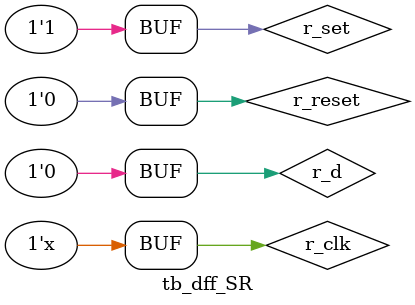
<source format=v>
`timescale 1ns / 1ps


module tb_dff_SR;
    reg r_clk;
    reg r_reset;
    reg r_d;
    reg r_set;
    wire w_q;

    dff_SR  tb_dff_SR(
        .clk(r_clk), 
        .reset(r_reset), 
        .d(r_d), 
        .set(r_set), 
        .q(w_q)
    );
    initial r_clk = 0;
    always #10 r_clk =~ r_clk;
    
    initial 
        begin
        r_reset = 0;
        r_d = 0;
        r_set = 0;
        #20;
        
        r_reset = 0;
        r_d = 1;
        r_set = 0;
        #20;
        
        r_reset = 1;
        r_d = 0;
        r_set = 0;
        #20;
        
        r_reset = 0;
        r_d = 1;
        r_set = 0;
        #20;
        
        r_reset = 0;
        r_d = 0;
        r_set = 0;
        #20;
        
        r_reset = 0;
        r_d = 0;
        r_set = 1;
        #20;
    end
      
endmodule

</source>
